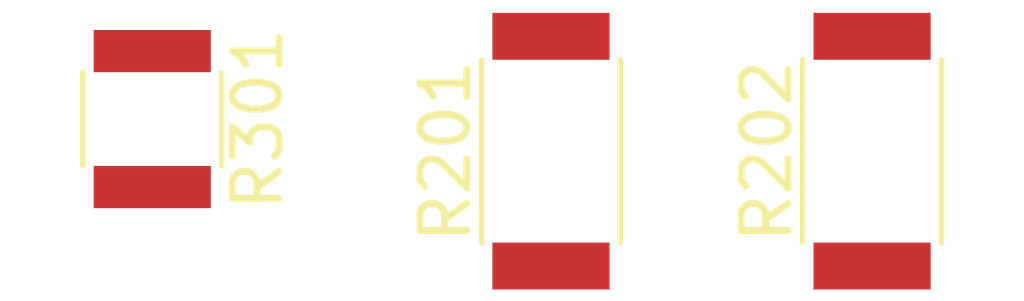
<source format=kicad_pcb>
(kicad_pcb (version 4) (host pcbnew 4.0.6)

  (general
    (links 4)
    (no_connects 4)
    (area 112.195 51.869999 134.400001 58.720001)
    (thickness 1.6)
    (drawings 0)
    (tracks 0)
    (zones 0)
    (modules 3)
    (nets 3)
  )

  (page A4)
  (layers
    (0 F.Cu signal)
    (31 B.Cu signal)
    (32 B.Adhes user)
    (33 F.Adhes user)
    (34 B.Paste user)
    (35 F.Paste user)
    (36 B.SilkS user)
    (37 F.SilkS user)
    (38 B.Mask user)
    (39 F.Mask user)
    (40 Dwgs.User user)
    (41 Cmts.User user)
    (42 Eco1.User user)
    (43 Eco2.User user)
    (44 Edge.Cuts user)
    (45 Margin user)
    (46 B.CrtYd user)
    (47 F.CrtYd user)
    (48 B.Fab user)
    (49 F.Fab user)
  )

  (setup
    (last_trace_width 0.25)
    (trace_clearance 0.2)
    (zone_clearance 0.508)
    (zone_45_only no)
    (trace_min 0.2)
    (segment_width 0.2)
    (edge_width 0.15)
    (via_size 0.6)
    (via_drill 0.4)
    (via_min_size 0.4)
    (via_min_drill 0.3)
    (uvia_size 0.3)
    (uvia_drill 0.1)
    (uvias_allowed no)
    (uvia_min_size 0.2)
    (uvia_min_drill 0.1)
    (pcb_text_width 0.3)
    (pcb_text_size 1.5 1.5)
    (mod_edge_width 0.15)
    (mod_text_size 1 1)
    (mod_text_width 0.15)
    (pad_size 1.524 1.524)
    (pad_drill 0.762)
    (pad_to_mask_clearance 0.2)
    (aux_axis_origin 0 0)
    (visible_elements 7FFFFFFF)
    (pcbplotparams
      (layerselection 0x00030_80000001)
      (usegerberextensions false)
      (excludeedgelayer true)
      (linewidth 0.100000)
      (plotframeref false)
      (viasonmask false)
      (mode 1)
      (useauxorigin false)
      (hpglpennumber 1)
      (hpglpenspeed 20)
      (hpglpendiameter 15)
      (hpglpenoverlay 2)
      (psnegative false)
      (psa4output false)
      (plotreference true)
      (plotvalue true)
      (plotinvisibletext false)
      (padsonsilk false)
      (subtractmaskfromsilk false)
      (outputformat 1)
      (mirror false)
      (drillshape 1)
      (scaleselection 1)
      (outputdirectory ""))
  )

  (net 0 "")
  (net 1 /Sheet5AE77FCA/a2)
  (net 2 /Sheet5AE77FCA/a1)

  (net_class Default "This is the default net class."
    (clearance 0.2)
    (trace_width 0.25)
    (via_dia 0.6)
    (via_drill 0.4)
    (uvia_dia 0.3)
    (uvia_drill 0.1)
    (add_net /Sheet5AE77FCA/a1)
    (add_net /Sheet5AE77FCA/a2)
  )

  (module Resistors_SMD:R_2010 (layer F.Cu) (tedit 58E0A804) (tstamp 5AE5DB30)
    (at 124.075001 55.295 90)
    (descr "Resistor SMD 2010, reflow soldering, Vishay (see dcrcw.pdf)")
    (tags "resistor 2010")
    (path /5AE77FCB/5AE782F9)
    (attr smd)
    (fp_text reference R201 (at 0 -2.25 90) (layer F.SilkS)
      (effects (font (size 1 1) (thickness 0.15)))
    )
    (fp_text value R (at 0 2.4 90) (layer F.Fab)
      (effects (font (size 1 1) (thickness 0.15)))
    )
    (fp_text user %R (at 0 0 90) (layer F.Fab)
      (effects (font (size 1 1) (thickness 0.15)))
    )
    (fp_line (start -2.5 1.25) (end -2.5 -1.25) (layer F.Fab) (width 0.1))
    (fp_line (start 2.5 1.25) (end -2.5 1.25) (layer F.Fab) (width 0.1))
    (fp_line (start 2.5 -1.25) (end 2.5 1.25) (layer F.Fab) (width 0.1))
    (fp_line (start -2.5 -1.25) (end 2.5 -1.25) (layer F.Fab) (width 0.1))
    (fp_line (start 1.95 1.48) (end -1.95 1.48) (layer F.SilkS) (width 0.12))
    (fp_line (start -1.95 -1.48) (end 1.95 -1.48) (layer F.SilkS) (width 0.12))
    (fp_line (start -3.2 -1.5) (end 3.2 -1.5) (layer F.CrtYd) (width 0.05))
    (fp_line (start -3.2 -1.5) (end -3.2 1.5) (layer F.CrtYd) (width 0.05))
    (fp_line (start 3.2 1.5) (end 3.2 -1.5) (layer F.CrtYd) (width 0.05))
    (fp_line (start 3.2 1.5) (end -3.2 1.5) (layer F.CrtYd) (width 0.05))
    (pad 1 smd rect (at -2.45 0 90) (size 1 2.5) (layers F.Cu F.Paste F.Mask)
      (net 1 /Sheet5AE77FCA/a2))
    (pad 2 smd rect (at 2.45 0 90) (size 1 2.5) (layers F.Cu F.Paste F.Mask)
      (net 2 /Sheet5AE77FCA/a1))
    (model ${KISYS3DMOD}/Resistors_SMD.3dshapes/R_2010.wrl
      (at (xyz 0 0 0))
      (scale (xyz 1 1 1))
      (rotate (xyz 0 0 0))
    )
  )

  (module Resistors_SMD:R_2010 (layer F.Cu) (tedit 58E0A804) (tstamp 5AE5DB36)
    (at 130.925001 55.295 90)
    (descr "Resistor SMD 2010, reflow soldering, Vishay (see dcrcw.pdf)")
    (tags "resistor 2010")
    (path /5AE77FCB/5AE78344)
    (attr smd)
    (fp_text reference R202 (at 0 -2.25 90) (layer F.SilkS)
      (effects (font (size 1 1) (thickness 0.15)))
    )
    (fp_text value R (at 0 2.4 90) (layer F.Fab)
      (effects (font (size 1 1) (thickness 0.15)))
    )
    (fp_text user %R (at 0 0 90) (layer F.Fab)
      (effects (font (size 1 1) (thickness 0.15)))
    )
    (fp_line (start -2.5 1.25) (end -2.5 -1.25) (layer F.Fab) (width 0.1))
    (fp_line (start 2.5 1.25) (end -2.5 1.25) (layer F.Fab) (width 0.1))
    (fp_line (start 2.5 -1.25) (end 2.5 1.25) (layer F.Fab) (width 0.1))
    (fp_line (start -2.5 -1.25) (end 2.5 -1.25) (layer F.Fab) (width 0.1))
    (fp_line (start 1.95 1.48) (end -1.95 1.48) (layer F.SilkS) (width 0.12))
    (fp_line (start -1.95 -1.48) (end 1.95 -1.48) (layer F.SilkS) (width 0.12))
    (fp_line (start -3.2 -1.5) (end 3.2 -1.5) (layer F.CrtYd) (width 0.05))
    (fp_line (start -3.2 -1.5) (end -3.2 1.5) (layer F.CrtYd) (width 0.05))
    (fp_line (start 3.2 1.5) (end 3.2 -1.5) (layer F.CrtYd) (width 0.05))
    (fp_line (start 3.2 1.5) (end -3.2 1.5) (layer F.CrtYd) (width 0.05))
    (pad 1 smd rect (at -2.45 0 90) (size 1 2.5) (layers F.Cu F.Paste F.Mask)
      (net 1 /Sheet5AE77FCA/a2))
    (pad 2 smd rect (at 2.45 0 90) (size 1 2.5) (layers F.Cu F.Paste F.Mask)
      (net 2 /Sheet5AE77FCA/a1))
    (model ${KISYS3DMOD}/Resistors_SMD.3dshapes/R_2010.wrl
      (at (xyz 0 0 0))
      (scale (xyz 1 1 1))
      (rotate (xyz 0 0 0))
    )
  )

  (module Resistors_SMD:R_1210 (layer F.Cu) (tedit 58E0A804) (tstamp 5AE5DE50)
    (at 115.57 54.61 270)
    (descr "Resistor SMD 1210, reflow soldering, Vishay (see dcrcw.pdf)")
    (tags "resistor 1210")
    (path /5AE77FCE/5AE785ED)
    (attr smd)
    (fp_text reference R301 (at 0 -2.25 270) (layer F.SilkS)
      (effects (font (size 1 1) (thickness 0.15)))
    )
    (fp_text value R (at 0 2.4 270) (layer F.Fab)
      (effects (font (size 1 1) (thickness 0.15)))
    )
    (fp_text user %R (at 0 0 270) (layer F.Fab)
      (effects (font (size 0.7 0.7) (thickness 0.105)))
    )
    (fp_line (start -1.6 1.25) (end -1.6 -1.25) (layer F.Fab) (width 0.1))
    (fp_line (start 1.6 1.25) (end -1.6 1.25) (layer F.Fab) (width 0.1))
    (fp_line (start 1.6 -1.25) (end 1.6 1.25) (layer F.Fab) (width 0.1))
    (fp_line (start -1.6 -1.25) (end 1.6 -1.25) (layer F.Fab) (width 0.1))
    (fp_line (start 1 1.48) (end -1 1.48) (layer F.SilkS) (width 0.12))
    (fp_line (start -1 -1.48) (end 1 -1.48) (layer F.SilkS) (width 0.12))
    (fp_line (start -2.15 -1.5) (end 2.15 -1.5) (layer F.CrtYd) (width 0.05))
    (fp_line (start -2.15 -1.5) (end -2.15 1.5) (layer F.CrtYd) (width 0.05))
    (fp_line (start 2.15 1.5) (end 2.15 -1.5) (layer F.CrtYd) (width 0.05))
    (fp_line (start 2.15 1.5) (end -2.15 1.5) (layer F.CrtYd) (width 0.05))
    (pad 1 smd rect (at -1.45 0 270) (size 0.9 2.5) (layers F.Cu F.Paste F.Mask)
      (net 2 /Sheet5AE77FCA/a1))
    (pad 2 smd rect (at 1.45 0 270) (size 0.9 2.5) (layers F.Cu F.Paste F.Mask)
      (net 1 /Sheet5AE77FCA/a2))
    (model ${KISYS3DMOD}/Resistors_SMD.3dshapes/R_1210.wrl
      (at (xyz 0 0 0))
      (scale (xyz 1 1 1))
      (rotate (xyz 0 0 0))
    )
  )

)

</source>
